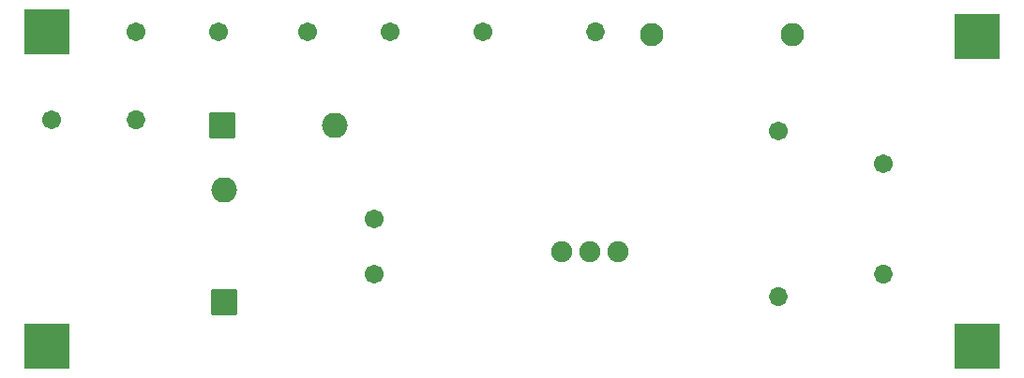
<source format=gbr>
%TF.GenerationSoftware,KiCad,Pcbnew,8.0.3*%
%TF.CreationDate,2024-10-19T22:40:53-05:00*%
%TF.ProjectId,G1 RGB Mod Board,47312052-4742-4204-9d6f-6420426f6172,rev?*%
%TF.SameCoordinates,Original*%
%TF.FileFunction,Soldermask,Top*%
%TF.FilePolarity,Negative*%
%FSLAX46Y46*%
G04 Gerber Fmt 4.6, Leading zero omitted, Abs format (unit mm)*
G04 Created by KiCad (PCBNEW 8.0.3) date 2024-10-19 22:40:53*
%MOMM*%
%LPD*%
G01*
G04 APERTURE LIST*
G04 Aperture macros list*
%AMRoundRect*
0 Rectangle with rounded corners*
0 $1 Rounding radius*
0 $2 $3 $4 $5 $6 $7 $8 $9 X,Y pos of 4 corners*
0 Add a 4 corners polygon primitive as box body*
4,1,4,$2,$3,$4,$5,$6,$7,$8,$9,$2,$3,0*
0 Add four circle primitives for the rounded corners*
1,1,$1+$1,$2,$3*
1,1,$1+$1,$4,$5*
1,1,$1+$1,$6,$7*
1,1,$1+$1,$8,$9*
0 Add four rect primitives between the rounded corners*
20,1,$1+$1,$2,$3,$4,$5,0*
20,1,$1+$1,$4,$5,$6,$7,0*
20,1,$1+$1,$6,$7,$8,$9,0*
20,1,$1+$1,$8,$9,$2,$3,0*%
G04 Aperture macros list end*
%ADD10RoundRect,0.051000X-1.100000X-1.100000X1.100000X-1.100000X1.100000X1.100000X-1.100000X1.100000X0*%
%ADD11O,2.302000X2.302000*%
%ADD12RoundRect,0.051000X1.100000X-1.100000X1.100000X1.100000X-1.100000X1.100000X-1.100000X-1.100000X0*%
%ADD13RoundRect,0.051000X-2.000000X-2.000000X2.000000X-2.000000X2.000000X2.000000X-2.000000X2.000000X0*%
%ADD14C,1.702000*%
%ADD15O,1.702000X1.702000*%
%ADD16C,2.102000*%
%ADD17O,2.102000X2.102000*%
%ADD18C,1.902000*%
G04 APERTURE END LIST*
D10*
X35888000Y-28260000D03*
D11*
X46048000Y-28260000D03*
D12*
X36048000Y-44260000D03*
D11*
X36048000Y-34100000D03*
D13*
X104048000Y-48260000D03*
X104048000Y-20260000D03*
X20048000Y-48260000D03*
X20048000Y-19760000D03*
D14*
X59436000Y-19760000D03*
D15*
X69596000Y-19760000D03*
D14*
X20428000Y-27760000D03*
D15*
X28048000Y-27760000D03*
D16*
X74676000Y-20032000D03*
D17*
X87376000Y-20032000D03*
D14*
X43548000Y-19760000D03*
X51048000Y-19760000D03*
X28048000Y-19760000D03*
X35548000Y-19760000D03*
X95548000Y-31760000D03*
D15*
X95548000Y-41760000D03*
D14*
X86048000Y-28760000D03*
D15*
X86048000Y-43760000D03*
D14*
X49548000Y-41760000D03*
X49548000Y-36760000D03*
D18*
X66523000Y-39685000D03*
X69063000Y-39685000D03*
X71603000Y-39685000D03*
M02*

</source>
